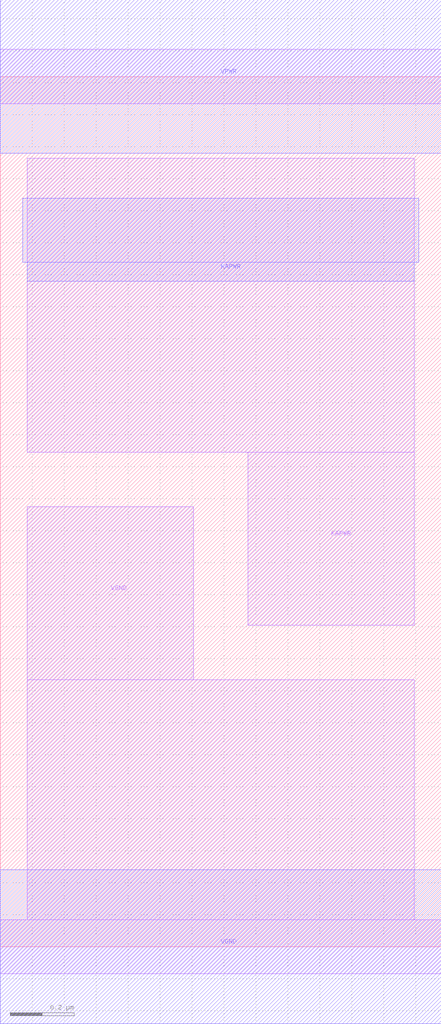
<source format=lef>
# Copyright 2020 The SkyWater PDK Authors
#
# Licensed under the Apache License, Version 2.0 (the "License");
# you may not use this file except in compliance with the License.
# You may obtain a copy of the License at
#
#     https://www.apache.org/licenses/LICENSE-2.0
#
# Unless required by applicable law or agreed to in writing, software
# distributed under the License is distributed on an "AS IS" BASIS,
# WITHOUT WARRANTIES OR CONDITIONS OF ANY KIND, either express or implied.
# See the License for the specific language governing permissions and
# limitations under the License.
#
# SPDX-License-Identifier: Apache-2.0

VERSION 5.5 ;
NAMESCASESENSITIVE ON ;
BUSBITCHARS "[]" ;
DIVIDERCHAR "/" ;
MACRO sky130_fd_sc_hd__lpflow_decapkapwr_3
  CLASS CORE ;
  SOURCE USER ;
  ORIGIN  0.000000  0.000000 ;
  SIZE  1.380000 BY  2.720000 ;
  SYMMETRY X Y R90 ;
  SITE unithd ;
  PIN KAPWR
    DIRECTION INOUT ;
    SHAPE ABUTMENT ;
    USE POWER ;
    PORT
      LAYER li1 ;
        RECT 0.085000 1.545000 1.295000 2.465000 ;
        RECT 0.775000 1.005000 1.295000 1.545000 ;
    END
    PORT
      LAYER met1 ;
        RECT 0.070000 2.140000 1.310000 2.340000 ;
        RECT 0.085000 2.080000 1.295000 2.140000 ;
    END
  END KAPWR
  PIN VGND
    DIRECTION INOUT ;
    SHAPE ABUTMENT ;
    USE GROUND ;
    PORT
      LAYER li1 ;
        RECT 0.000000 -0.085000 1.380000 0.085000 ;
        RECT 0.085000  0.085000 1.295000 0.835000 ;
        RECT 0.085000  0.835000 0.605000 1.375000 ;
    END
    PORT
      LAYER met1 ;
        RECT 0.000000 -0.240000 1.380000 0.240000 ;
    END
  END VGND
  PIN VPWR
    DIRECTION INOUT ;
    SHAPE ABUTMENT ;
    USE POWER ;
    PORT
      LAYER li1 ;
        RECT 0.000000 2.635000 1.380000 2.805000 ;
    END
    PORT
      LAYER met1 ;
        RECT 0.000000 2.480000 1.380000 2.960000 ;
    END
  END VPWR
  OBS
  END
END sky130_fd_sc_hd__lpflow_decapkapwr_3

</source>
